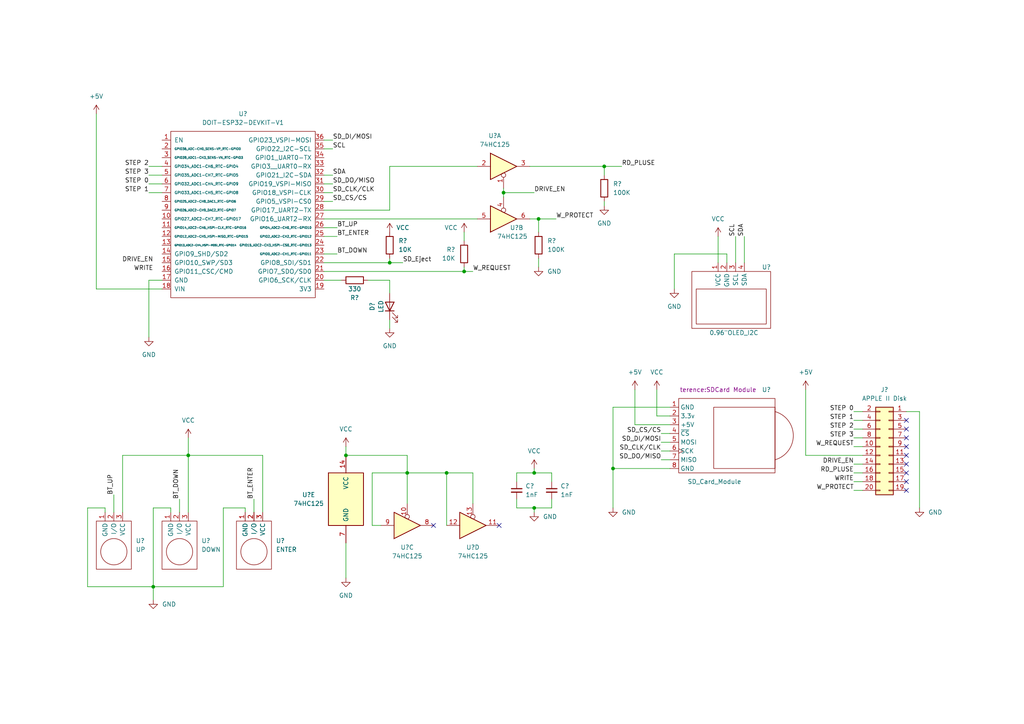
<source format=kicad_sch>
(kicad_sch (version 20211123) (generator eeschema)
  (paper "A4")
  (lib_symbols
    (symbol "74xx_IEEE:74HC125" (pin_names (offset 1.016))
      (property "Reference" "U" (at 0 1.27 0))
      (property "Value" "74HC125" (at 0 -1.27 0))
      (symbol "74HC125_1_0"
        (polyline (pts (xy -3.81 3.81) (xy -3.81 -3.81) (xy 3.81 0) (xy -3.81 3.81)) (stroke (width 0.254)) (fill (type background)))
        (pin input inverted (at 0 -6.35 90) (length 4.445) (name "~") (number "1"))
        (pin input line (at -7.62 0 0) (length 3.81) (name "~") (number "2"))
        (pin tri_state line (at 7.62 0 180) (length 3.81) (name "~") (number "3"))
      )
      (symbol "74HC125_2_0"
        (polyline (pts (xy -3.81 3.81) (xy -3.81 -3.81) (xy 3.81 0) (xy -3.81 3.81)) (stroke (width 0.254)) (fill (type background)))
        (pin input inverted (at 0 -6.35 90) (length 4.445) (name "~") (number "4"))
        (pin input line (at -7.62 0 0) (length 3.81) (name "~") (number "5"))
        (pin tri_state line (at 7.62 0 180) (length 3.81) (name "~") (number "6"))
      )
      (symbol "74HC125_3_0"
        (polyline (pts (xy -3.81 3.81) (xy -3.81 -3.81) (xy 3.81 0) (xy -3.81 3.81)) (stroke (width 0.254)) (fill (type background)))
        (pin input inverted (at 0 -6.35 90) (length 4.445) (name "~") (number "10"))
        (pin tri_state line (at 7.62 0 180) (length 3.81) (name "~") (number "8"))
        (pin input line (at -7.62 0 0) (length 3.81) (name "~") (number "9"))
      )
      (symbol "74HC125_4_0"
        (polyline (pts (xy -3.81 3.81) (xy -3.81 -3.81) (xy 3.81 0) (xy -3.81 3.81)) (stroke (width 0.254)) (fill (type background)))
        (pin tri_state line (at 7.62 0 180) (length 3.81) (name "~") (number "11"))
        (pin input line (at -7.62 0 0) (length 3.81) (name "~") (number "12"))
        (pin input inverted (at 0 -6.35 90) (length 4.445) (name "~") (number "13"))
      )
      (symbol "74HC125_5_0"
        (pin power_in line (at 0 12.7 270) (length 5.08) (name "VCC") (number "14"))
        (pin power_in line (at 0 -12.7 90) (length 5.08) (name "GND") (number "7"))
      )
      (symbol "74HC125_5_1"
        (rectangle (start -5.08 7.62) (end 5.08 -7.62) (stroke (width 0.254)) (fill (type background)))
      )
    )
    (symbol "Connector_Generic:Conn_02x10_Odd_Even" (pin_names (offset 1.016) hide)
      (property "Reference" "J" (at 1.27 12.7 0))
      (property "Value" "Conn_02x10_Odd_Even" (at 1.27 -15.24 0))
      (symbol "Conn_02x10_Odd_Even_1_1"
        (rectangle (start -1.27 -12.573) (end 0 -12.827) (stroke (width 0.1524)))
        (rectangle (start -1.27 -10.033) (end 0 -10.287) (stroke (width 0.1524)))
        (rectangle (start -1.27 -7.493) (end 0 -7.747) (stroke (width 0.1524)))
        (rectangle (start -1.27 -4.953) (end 0 -5.207) (stroke (width 0.1524)))
        (rectangle (start -1.27 -2.413) (end 0 -2.667) (stroke (width 0.1524)))
        (rectangle (start -1.27 0.127) (end 0 -0.127) (stroke (width 0.1524)))
        (rectangle (start -1.27 2.667) (end 0 2.413) (stroke (width 0.1524)))
        (rectangle (start -1.27 5.207) (end 0 4.953) (stroke (width 0.1524)))
        (rectangle (start -1.27 7.747) (end 0 7.493) (stroke (width 0.1524)))
        (rectangle (start -1.27 10.287) (end 0 10.033) (stroke (width 0.1524)))
        (rectangle (start -1.27 11.43) (end 3.81 -13.97) (stroke (width 0.254)) (fill (type background)))
        (rectangle (start 3.81 -12.573) (end 2.54 -12.827) (stroke (width 0.1524)))
        (rectangle (start 3.81 -10.033) (end 2.54 -10.287) (stroke (width 0.1524)))
        (rectangle (start 3.81 -7.493) (end 2.54 -7.747) (stroke (width 0.1524)))
        (rectangle (start 3.81 -4.953) (end 2.54 -5.207) (stroke (width 0.1524)))
        (rectangle (start 3.81 -2.413) (end 2.54 -2.667) (stroke (width 0.1524)))
        (rectangle (start 3.81 0.127) (end 2.54 -0.127) (stroke (width 0.1524)))
        (rectangle (start 3.81 2.667) (end 2.54 2.413) (stroke (width 0.1524)))
        (rectangle (start 3.81 5.207) (end 2.54 4.953) (stroke (width 0.1524)))
        (rectangle (start 3.81 7.747) (end 2.54 7.493) (stroke (width 0.1524)))
        (rectangle (start 3.81 10.287) (end 2.54 10.033) (stroke (width 0.1524)))
        (pin passive line (at -5.08 10.16 0) (length 3.81) (name "Pin_1") (number "1"))
        (pin passive line (at 7.62 0 180) (length 3.81) (name "Pin_10") (number "10"))
        (pin passive line (at -5.08 -2.54 0) (length 3.81) (name "Pin_11") (number "11"))
        (pin passive line (at 7.62 -2.54 180) (length 3.81) (name "Pin_12") (number "12"))
        (pin passive line (at -5.08 -5.08 0) (length 3.81) (name "Pin_13") (number "13"))
        (pin passive line (at 7.62 -5.08 180) (length 3.81) (name "Pin_14") (number "14"))
        (pin passive line (at -5.08 -7.62 0) (length 3.81) (name "Pin_15") (number "15"))
        (pin passive line (at 7.62 -7.62 180) (length 3.81) (name "Pin_16") (number "16"))
        (pin passive line (at -5.08 -10.16 0) (length 3.81) (name "Pin_17") (number "17"))
        (pin passive line (at 7.62 -10.16 180) (length 3.81) (name "Pin_18") (number "18"))
        (pin passive line (at -5.08 -12.7 0) (length 3.81) (name "Pin_19") (number "19"))
        (pin passive line (at 7.62 10.16 180) (length 3.81) (name "Pin_2") (number "2"))
        (pin passive line (at 7.62 -12.7 180) (length 3.81) (name "Pin_20") (number "20"))
        (pin passive line (at -5.08 7.62 0) (length 3.81) (name "Pin_3") (number "3"))
        (pin passive line (at 7.62 7.62 180) (length 3.81) (name "Pin_4") (number "4"))
        (pin passive line (at -5.08 5.08 0) (length 3.81) (name "Pin_5") (number "5"))
        (pin passive line (at 7.62 5.08 180) (length 3.81) (name "Pin_6") (number "6"))
        (pin passive line (at -5.08 2.54 0) (length 3.81) (name "Pin_7") (number "7"))
        (pin passive line (at 7.62 2.54 180) (length 3.81) (name "Pin_8") (number "8"))
        (pin passive line (at -5.08 0 0) (length 3.81) (name "Pin_9") (number "9"))
      )
    )
    (symbol "Device:C_Small" (pin_numbers hide) (pin_names (offset 0.254) hide)
      (property "Reference" "C" (at 0.254 1.778 0))
      (property "Value" "C_Small" (at 0.254 -2.032 0))
      (symbol "C_Small_0_1"
        (polyline (pts (xy -1.524 -0.508) (xy 1.524 -0.508)) (stroke (width 0.3302)))
        (polyline (pts (xy -1.524 0.508) (xy 1.524 0.508)) (stroke (width 0.3048)))
      )
      (symbol "C_Small_1_1"
        (pin passive line (at 0 2.54 270) (length 2.032) (name "~") (number "1"))
        (pin passive line (at 0 -2.54 90) (length 2.032) (name "~") (number "2"))
      )
    )
    (symbol "Device:LED" (pin_numbers hide) (pin_names (offset 1.016) hide)
      (property "Reference" "D" (at 0 2.54 0))
      (property "Value" "LED" (at 0 -2.54 0))
      (symbol "LED_0_1"
        (polyline (pts (xy -1.27 -1.27) (xy -1.27 1.27)) (stroke (width 0.254)))
        (polyline (pts (xy -1.27 0) (xy 1.27 0)))
        (polyline (pts (xy 1.27 -1.27) (xy 1.27 1.27) (xy -1.27 0) (xy 1.27 -1.27)) (stroke (width 0.254)))
        (polyline (pts (xy -3.048 -0.762) (xy -4.572 -2.286) (xy -3.81 -2.286) (xy -4.572 -2.286) (xy -4.572 -1.524)))
        (polyline (pts (xy -1.778 -0.762) (xy -3.302 -2.286) (xy -2.54 -2.286) (xy -3.302 -2.286) (xy -3.302 -1.524)))
      )
      (symbol "LED_1_1"
        (pin passive line (at -3.81 0 0) (length 2.54) (name "K") (number "1"))
        (pin passive line (at 3.81 0 180) (length 2.54) (name "A") (number "2"))
      )
    )
    (symbol "Device:R" (pin_numbers hide) (pin_names (offset 0))
      (property "Reference" "R" (at 2.032 0 90))
      (property "Value" "R" (at 0 0 90))
      (symbol "R_0_1"
        (rectangle (start -1.016 -2.54) (end 1.016 2.54) (stroke (width 0.254)))
      )
      (symbol "R_1_1"
        (pin passive line (at 0 3.81 270) (length 1.27) (name "~") (number "1"))
        (pin passive line (at 0 -3.81 90) (length 1.27) (name "~") (number "2"))
      )
    )
    (symbol "TP223_1"
      (property "Reference" "U?" (at 6.35 -6.9849 0))
      (property "Value" "TP223_1" (at 6.35 -9.5249 0))
      (symbol "TP223_1_0_1"
        (rectangle (start -5.08 -1.27) (end 5.08 -15.24))
        (circle (center 0 -10.16) (radius 3.81))
      )
      (symbol "TP223_1_1_1"
        (pin power_in line (at -2.54 1.27 270) (length 2.54) (name "GND") (number "1"))
        (pin output line (at 0 1.27 270) (length 2.54) (name "I/O") (number "2"))
        (pin output line (at 2.54 1.27 270) (length 2.54) (name "VCC") (number "3"))
      )
    )
    (symbol "TP223_2"
      (property "Reference" "U?" (at 6.35 -6.9849 0))
      (property "Value" "TP223_2" (at 6.35 -9.5249 0))
      (symbol "TP223_2_0_1"
        (rectangle (start -5.08 -1.27) (end 5.08 -15.24))
        (circle (center 0 -10.16) (radius 3.81))
      )
      (symbol "TP223_2_1_1"
        (pin power_in line (at -2.54 1.27 270) (length 2.54) (name "GND") (number "1"))
        (pin output line (at 0 1.27 270) (length 2.54) (name "I/O") (number "2"))
        (pin output line (at 2.54 1.27 270) (length 2.54) (name "VCC") (number "3"))
      )
    )
    (symbol "power:+5V" (power) (pin_names (offset 0))
      (property "Value" "+5V" (at 0 3.556 0))
      (symbol "+5V_0_1"
        (polyline (pts (xy -0.762 1.27) (xy 0 2.54)))
        (polyline (pts (xy 0 0) (xy 0 2.54)))
        (polyline (pts (xy 0 2.54) (xy 0.762 1.27)))
      )
      (symbol "+5V_1_1"
        (pin power_in line (at 0 0 90) (length 0) hide (name "+5V") (number "1"))
      )
    )
    (symbol "power:GND" (power) (pin_names (offset 0))
      (property "Value" "GND" (at 0 -3.81 0))
      (symbol "GND_0_1"
        (polyline (pts (xy 0 0) (xy 0 -1.27) (xy 1.27 -1.27) (xy 0 -2.54) (xy -1.27 -1.27) (xy 0 -1.27)))
      )
      (symbol "GND_1_1"
        (pin power_in line (at 0 0 270) (length 0) hide (name "GND") (number "1"))
      )
    )
    (symbol "power:VCC" (power) (pin_names (offset 0))
      (property "Value" "VCC" (at 0 3.81 0))
      (symbol "VCC_0_1"
        (polyline (pts (xy -0.762 1.27) (xy 0 2.54)))
        (polyline (pts (xy 0 0) (xy 0 2.54)))
        (polyline (pts (xy 0 2.54) (xy 0.762 1.27)))
      )
      (symbol "VCC_1_1"
        (pin power_in line (at 0 0 90) (length 0) hide (name "VCC") (number "1"))
      )
    )
    (symbol "terence:0.96{dblquote}OLED_I2C"
      (property "Reference" "U" (at 1.27 1.27 0))
      (property "Value" "0.96{dblquote}OLED_I2C" (at 11.43 -19.05 0))
      (symbol "0.96{dblquote}OLED_I2C_0_1"
        (rectangle (start 0 0) (end 22.86 -16.51))
        (rectangle (start 1.27 -5.08) (end 21.59 -15.24))
      )
      (symbol "0.96{dblquote}OLED_I2C_1_1"
        (pin power_in line (at 7.62 2.54 270) (length 2.54) (name "VCC") (number "1"))
        (pin power_in line (at 10.16 2.54 270) (length 2.54) (name "GND") (number "2"))
        (pin power_in line (at 12.7 2.54 270) (length 2.54) (name "SCL") (number "3"))
        (pin power_in line (at 15.24 2.54 270) (length 2.54) (name "SDA") (number "4"))
      )
    )
    (symbol "terence:DOIT-ESP32-DEVKIT-V1" (pin_names (offset 1.016))
      (property "Reference" "U" (at -1.27 11.43 0))
      (property "Value" "DOIT-ESP32-DEVKIT-V1" (at 0 13.97 0))
      (symbol "DOIT-ESP32-DEVKIT-V1_0_1"
        (rectangle (start 20.32 10.16) (end -21.59 -38.1))
      )
      (symbol "DOIT-ESP32-DEVKIT-V1_1_1"
        (pin output line (at -24.13 7.62 0) (length 2.54) (name "EN") (number "1"))
        (pin bidirectional line (at -24.13 -15.24 0) (length 2.54) (name "GPIO27_ADC2-CH7_RTC-GPIO17") (number "10"))
        (pin bidirectional line (at -24.13 -17.78 0) (length 2.54) (name "GPIO14_ADC2-CH6_HSPI-CLK_RTC-GPIO16") (number "11"))
        (pin bidirectional line (at -24.13 -20.32 0) (length 2.54) (name "GPIO12_ADC2-CH5_HSPI-MISO_RTC-GPIO15") (number "12"))
        (pin bidirectional line (at -24.13 -22.86 0) (length 2.54) (name "GPIO13_ADC2-CH4_HSPI-MOSI_RTC-GPIO14") (number "13"))
        (pin unspecified line (at -24.13 -25.4 0) (length 2.54) (name "GPIO9_SHD/SD2") (number "14"))
        (pin unspecified line (at -24.13 -27.94 0) (length 2.54) (name "GPIO10_SWP/SD3") (number "15"))
        (pin unspecified line (at -24.13 -30.48 0) (length 2.54) (name "GPIO11_CSC/CMD") (number "16"))
        (pin bidirectional line (at -24.13 -33.02 0) (length 2.54) (name "GND") (number "17"))
        (pin bidirectional line (at -24.13 -35.56 0) (length 2.54) (name "VIN") (number "18"))
        (pin output line (at 22.86 -35.56 180) (length 2.54) (name "3V3") (number "19"))
        (pin bidirectional line (at -24.13 5.08 0) (length 2.54) (name "GPIO36_ADC-CH0_SENS-VP_RTC-GPIO0") (number "2"))
        (pin unspecified line (at 22.86 -33.02 180) (length 2.54) (name "GPIO6_SCK/CLK") (number "20"))
        (pin unspecified line (at 22.86 -30.48 180) (length 2.54) (name "GPIO7_SDO/SD0") (number "21"))
        (pin unspecified line (at 22.86 -27.94 180) (length 2.54) (name "GPIO8_SDI/SD1") (number "22"))
        (pin bidirectional line (at 22.86 -25.4 180) (length 2.54) (name "GPIO0_ADC2-CH1_RTC-GPIO11") (number "23"))
        (pin bidirectional line (at 22.86 -22.86 180) (length 2.54) (name "GPIO15_ADC2-CH3_HSPI-CS0_RTC-GPIO13") (number "24"))
        (pin bidirectional line (at 22.86 -20.32 180) (length 2.54) (name "GPIO2_ADC2-CH2_RTC-GPIO12") (number "25"))
        (pin bidirectional line (at 22.86 -17.78 180) (length 2.54) (name "GPIO4_ADC2-CH0_RTC-GPIO10") (number "26"))
        (pin bidirectional line (at 22.86 -15.24 180) (length 2.54) (name "GPIO16_UART2-RX") (number "27"))
        (pin bidirectional line (at 22.86 -12.7 180) (length 2.54) (name "GPIO17_UART2-TX") (number "28"))
        (pin bidirectional line (at 22.86 -10.16 180) (length 2.54) (name "GPIO5_VSPI-CS0") (number "29"))
        (pin bidirectional line (at -24.13 2.54 0) (length 2.54) (name "GPIO39_ADC1-CH3_SENS-VN_RTC-GPIO3") (number "3"))
        (pin bidirectional line (at 22.86 -7.62 180) (length 2.54) (name "GPIO18_VSPI-CLK") (number "30"))
        (pin bidirectional line (at 22.86 -5.08 180) (length 2.54) (name "GPIO19_VSPI-MISO") (number "31"))
        (pin bidirectional line (at 22.86 -2.54 180) (length 2.54) (name "GPIO21_I2C-SDA") (number "32"))
        (pin bidirectional line (at 22.86 0 180) (length 2.54) (name "GPIO3__UART0-RX") (number "33"))
        (pin bidirectional line (at 22.86 2.54 180) (length 2.54) (name "GPIO1_UART0-TX") (number "34"))
        (pin bidirectional line (at 22.86 5.08 180) (length 2.54) (name "GPIO22_I2C-SCL") (number "35"))
        (pin bidirectional line (at 22.86 7.62 180) (length 2.54) (name "GPIO23_VSPI-MOSI") (number "36"))
        (pin bidirectional line (at -24.13 0 0) (length 2.54) (name "GPIO34_ADC1-CH6_RTC-GPIO4") (number "4"))
        (pin bidirectional line (at -24.13 -2.54 0) (length 2.54) (name "GPIO35_ADC1-CH7_RTC-GPIO5") (number "5"))
        (pin bidirectional line (at -24.13 -5.08 0) (length 2.54) (name "GPIO32_ADC1-CH4_RTC-GPIO9") (number "6"))
        (pin bidirectional line (at -24.13 -7.62 0) (length 2.54) (name "GPIO33_ADC1-CH5_RTC-GPIO8") (number "7"))
        (pin bidirectional line (at -24.13 -10.16 0) (length 2.54) (name "GPIO25_ADC2-CH8_DAC1_RTC-GPIO6") (number "8"))
        (pin bidirectional line (at -24.13 -12.7 0) (length 2.54) (name "GPIO26_ADC2-CH9_DAC2_RTC-GPIO7") (number "9"))
      )
    )
    (symbol "terence:SD_Card_Module"
      (property "Reference" "U" (at -10.16 -1.27 0))
      (property "Value" "SD_Card_Module" (at 3.81 -1.27 0))
      (symbol "SD_Card_Module_0_1"
        (rectangle (start -11.43 -2.54) (end 16.51 -24.13))
        (rectangle (start -1.27 -5.08) (end 16.51 -22.86))
        (arc (start 16.51 -20.32) (mid 25.7169 -13.335) (end 16.51 -6.35))
      )
      (symbol "SD_Card_Module_1_1"
        (pin power_in line (at -13.97 -5.08 0) (length 2.54) (name "GND") (number "1"))
        (pin power_in line (at -13.97 -7.62 0) (length 2.54) (name "3.3v") (number "2"))
        (pin power_in line (at -13.97 -10.16 0) (length 2.54) (name "+5V") (number "3"))
        (pin input line (at -13.97 -12.7 0) (length 2.54) (name "~{CS}") (number "4"))
        (pin output line (at -13.97 -15.24 0) (length 2.54) (name "MOSI") (number "5"))
        (pin input clock (at -13.97 -17.78 0) (length 2.54) (name "SCK") (number "6"))
        (pin input line (at -13.97 -20.32 0) (length 2.54) (name "MISO") (number "7"))
        (pin power_in line (at -13.97 -22.86 0) (length 2.54) (name "GND") (number "8"))
      )
    )
    (symbol "terence:TP223"
      (property "Reference" "U?" (at 6.35 -6.9849 0))
      (property "Value" "TP223" (at 6.35 -9.5249 0))
      (symbol "TP223_0_1"
        (rectangle (start -5.08 -1.27) (end 5.08 -15.24))
        (circle (center 0 -10.16) (radius 3.81))
      )
      (symbol "TP223_1_1"
        (pin power_in line (at -2.54 1.27 270) (length 2.54) (name "GND") (number "1"))
        (pin output line (at 0 1.27 270) (length 2.54) (name "I/O") (number "2"))
        (pin output line (at 2.54 1.27 270) (length 2.54) (name "VCC") (number "3"))
      )
    )
  )
  (junction (at 156.21 63.5))
  (junction (at 44.45 170.18))
  (junction (at 113.03 76.2))
  (junction (at 129.54 137.16))
  (junction (at 118.11 137.16))
  (junction (at 154.94 147.32))
  (junction (at 177.8 135.89))
  (junction (at 175.26 48.26))
  (junction (at 154.94 137.16))
  (junction (at 134.62 78.74))
  (junction (at 146.05 55.88))
  (junction (at 54.61 132.08))
  (junction (at 100.33 132.08))
  (no_connect (at 262.89 121.92))
  (no_connect (at 144.78 152.4))
  (no_connect (at 262.89 139.7))
  (no_connect (at 262.89 127))
  (no_connect (at 262.89 129.54))
  (no_connect (at 262.89 142.24))
  (no_connect (at 262.89 134.62))
  (no_connect (at 125.73 152.4))
  (no_connect (at 262.89 132.08))
  (no_connect (at 262.89 124.46))
  (no_connect (at 262.89 137.16))
  (wire (pts (xy 156.21 63.5) (xy 161.29 63.5)))
  (wire (pts (xy 247.65 134.62) (xy 250.19 134.62)))
  (wire (pts (xy 149.86 144.78) (xy 149.86 147.32)))
  (wire (pts (xy 215.9 68.58) (xy 215.9 76.2)))
  (wire (pts (xy 44.45 147.32) (xy 44.45 170.18)))
  (wire (pts (xy 262.89 119.38) (xy 266.7 119.38)))
  (wire (pts (xy 93.98 73.66) (xy 97.79 73.66)))
  (wire (pts (xy 213.36 68.58) (xy 213.36 76.2)))
  (wire (pts (xy 194.31 118.11) (xy 177.8 118.11)))
  (wire (pts (xy 93.98 78.74) (xy 134.62 78.74)))
  (wire (pts (xy 27.94 33.02) (xy 27.94 83.82)))
  (wire (pts (xy 160.02 137.16) (xy 160.02 139.7)))
  (wire (pts (xy 137.16 137.16) (xy 137.16 146.05)))
  (wire (pts (xy 153.67 48.26) (xy 175.26 48.26)))
  (wire (pts (xy 106.68 81.28) (xy 113.03 81.28)))
  (wire (pts (xy 156.21 74.93) (xy 156.21 77.47)))
  (wire (pts (xy 44.45 170.18) (xy 44.45 173.99)))
  (wire (pts (xy 71.12 147.32) (xy 64.77 147.32)))
  (wire (pts (xy 93.98 58.42) (xy 96.52 58.42)))
  (wire (pts (xy 64.77 170.18) (xy 44.45 170.18)))
  (wire (pts (xy 43.18 97.79) (xy 43.18 81.28)))
  (wire (pts (xy 154.94 135.89) (xy 154.94 137.16)))
  (wire (pts (xy 247.65 139.7) (xy 250.19 139.7)))
  (wire (pts (xy 25.4 147.32) (xy 25.4 170.18)))
  (wire (pts (xy 134.62 78.74) (xy 137.16 78.74)))
  (wire (pts (xy 175.26 48.26) (xy 175.26 50.8)))
  (wire (pts (xy 191.77 133.35) (xy 194.31 133.35)))
  (wire (pts (xy 177.8 135.89) (xy 177.8 147.32)))
  (wire (pts (xy 210.82 73.66) (xy 195.58 73.66)))
  (wire (pts (xy 71.12 148.59) (xy 71.12 147.32)))
  (wire (pts (xy 43.18 81.28) (xy 46.99 81.28)))
  (wire (pts (xy 247.65 119.38) (xy 250.19 119.38)))
  (wire (pts (xy 33.02 143.51) (xy 33.02 148.59)))
  (wire (pts (xy 25.4 170.18) (xy 44.45 170.18)))
  (wire (pts (xy 118.11 137.16) (xy 118.11 146.05)))
  (wire (pts (xy 43.18 50.8) (xy 46.99 50.8)))
  (wire (pts (xy 35.56 148.59) (xy 35.56 132.08)))
  (wire (pts (xy 129.54 152.4) (xy 129.54 137.16)))
  (wire (pts (xy 35.56 132.08) (xy 54.61 132.08)))
  (wire (pts (xy 93.98 43.18) (xy 96.52 43.18)))
  (wire (pts (xy 107.95 152.4) (xy 107.95 137.16)))
  (wire (pts (xy 247.65 137.16) (xy 250.19 137.16)))
  (wire (pts (xy 247.65 142.24) (xy 250.19 142.24)))
  (wire (pts (xy 113.03 76.2) (xy 116.84 76.2)))
  (wire (pts (xy 93.98 68.58) (xy 97.79 68.58)))
  (wire (pts (xy 153.67 63.5) (xy 156.21 63.5)))
  (wire (pts (xy 247.65 124.46) (xy 250.19 124.46)))
  (wire (pts (xy 208.28 68.58) (xy 208.28 76.2)))
  (wire (pts (xy 118.11 137.16) (xy 118.11 132.08)))
  (wire (pts (xy 191.77 130.81) (xy 194.31 130.81)))
  (wire (pts (xy 160.02 144.78) (xy 160.02 147.32)))
  (wire (pts (xy 30.48 147.32) (xy 30.48 148.59)))
  (wire (pts (xy 146.05 55.88) (xy 146.05 57.15)))
  (wire (pts (xy 93.98 63.5) (xy 138.43 63.5)))
  (wire (pts (xy 93.98 55.88) (xy 96.52 55.88)))
  (wire (pts (xy 233.68 113.03) (xy 233.68 132.08)))
  (wire (pts (xy 113.03 48.26) (xy 113.03 60.96)))
  (wire (pts (xy 190.5 113.03) (xy 190.5 120.65)))
  (wire (pts (xy 129.54 137.16) (xy 137.16 137.16)))
  (wire (pts (xy 113.03 74.93) (xy 113.03 76.2)))
  (wire (pts (xy 134.62 67.31) (xy 134.62 69.85)))
  (wire (pts (xy 93.98 40.64) (xy 96.52 40.64)))
  (wire (pts (xy 210.82 76.2) (xy 210.82 73.66)))
  (wire (pts (xy 27.94 83.82) (xy 46.99 83.82)))
  (wire (pts (xy 73.66 144.78) (xy 73.66 148.59)))
  (wire (pts (xy 177.8 118.11) (xy 177.8 135.89)))
  (wire (pts (xy 113.03 85.09) (xy 113.03 81.28)))
  (wire (pts (xy 54.61 132.08) (xy 54.61 127)))
  (wire (pts (xy 190.5 120.65) (xy 194.31 120.65)))
  (wire (pts (xy 43.18 53.34) (xy 46.99 53.34)))
  (wire (pts (xy 138.43 48.26) (xy 113.03 48.26)))
  (wire (pts (xy 107.95 137.16) (xy 118.11 137.16)))
  (wire (pts (xy 52.07 144.78) (xy 52.07 148.59)))
  (wire (pts (xy 184.15 123.19) (xy 194.31 123.19)))
  (wire (pts (xy 100.33 157.48) (xy 100.33 167.64)))
  (wire (pts (xy 118.11 137.16) (xy 129.54 137.16)))
  (wire (pts (xy 154.94 147.32) (xy 154.94 148.59)))
  (wire (pts (xy 146.05 54.61) (xy 146.05 55.88)))
  (wire (pts (xy 54.61 148.59) (xy 54.61 132.08)))
  (wire (pts (xy 93.98 76.2) (xy 113.03 76.2)))
  (wire (pts (xy 184.15 113.03) (xy 184.15 123.19)))
  (wire (pts (xy 175.26 48.26) (xy 180.34 48.26)))
  (wire (pts (xy 247.65 129.54) (xy 250.19 129.54)))
  (wire (pts (xy 149.86 137.16) (xy 154.94 137.16)))
  (wire (pts (xy 93.98 81.28) (xy 99.06 81.28)))
  (wire (pts (xy 146.05 55.88) (xy 154.94 55.88)))
  (wire (pts (xy 175.26 58.42) (xy 175.26 59.69)))
  (wire (pts (xy 247.65 121.92) (xy 250.19 121.92)))
  (wire (pts (xy 233.68 132.08) (xy 250.19 132.08)))
  (wire (pts (xy 93.98 50.8) (xy 96.52 50.8)))
  (wire (pts (xy 49.53 147.32) (xy 49.53 148.59)))
  (wire (pts (xy 154.94 147.32) (xy 160.02 147.32)))
  (wire (pts (xy 118.11 132.08) (xy 100.33 132.08)))
  (wire (pts (xy 93.98 66.04) (xy 97.79 66.04)))
  (wire (pts (xy 93.98 60.96) (xy 113.03 60.96)))
  (wire (pts (xy 30.48 147.32) (xy 25.4 147.32)))
  (wire (pts (xy 100.33 129.54) (xy 100.33 132.08)))
  (wire (pts (xy 191.77 128.27) (xy 194.31 128.27)))
  (wire (pts (xy 156.21 63.5) (xy 156.21 67.31)))
  (wire (pts (xy 43.18 48.26) (xy 46.99 48.26)))
  (wire (pts (xy 149.86 137.16) (xy 149.86 139.7)))
  (wire (pts (xy 194.31 135.89) (xy 177.8 135.89)))
  (wire (pts (xy 54.61 132.08) (xy 76.2 132.08)))
  (wire (pts (xy 154.94 137.16) (xy 160.02 137.16)))
  (wire (pts (xy 191.77 125.73) (xy 194.31 125.73)))
  (wire (pts (xy 247.65 127) (xy 250.19 127)))
  (wire (pts (xy 195.58 73.66) (xy 195.58 83.82)))
  (wire (pts (xy 93.98 53.34) (xy 96.52 53.34)))
  (wire (pts (xy 113.03 92.71) (xy 113.03 95.25)))
  (wire (pts (xy 64.77 147.32) (xy 64.77 170.18)))
  (wire (pts (xy 110.49 152.4) (xy 107.95 152.4)))
  (wire (pts (xy 134.62 77.47) (xy 134.62 78.74)))
  (wire (pts (xy 154.94 147.32) (xy 149.86 147.32)))
  (wire (pts (xy 76.2 148.59) (xy 76.2 132.08)))
  (wire (pts (xy 49.53 147.32) (xy 44.45 147.32)))
  (wire (pts (xy 43.18 55.88) (xy 46.99 55.88)))
  (wire (pts (xy 266.7 119.38) (xy 266.7 147.32)))
  (label "STEP 2" (at 43.18 48.26 180))
  (label "SD_Eject" (at 116.84 76.2 0))
  (label "BT_ENTER" (at 73.66 144.78 90))
  (label "SDA" (at 215.9 68.58 90))
  (label "SD_CS{slash}CS" (at 96.52 58.42 0))
  (label "BT_ENTER" (at 97.79 68.58 0))
  (label "SCL" (at 213.36 68.58 90))
  (label "WRITE" (at 44.45 78.74 180))
  (label "W_REQUEST" (at 137.16 78.74 0))
  (label "W_PROTECT" (at 161.29 63.5 0))
  (label "SCL" (at 96.52 43.18 0))
  (label "SD_DI{slash}MOSI" (at 96.52 40.64 0))
  (label "W_PROTECT" (at 247.65 142.24 180))
  (label "SD_DO{slash}MISO" (at 96.52 53.34 0))
  (label "WRITE" (at 247.65 139.7 180))
  (label "SD_CLK{slash}CLK" (at 191.77 130.81 180))
  (label "STEP 2" (at 247.65 124.46 180))
  (label "W_REQUEST" (at 247.65 129.54 180))
  (label "STEP 3" (at 247.65 127 180))
  (label "STEP 1" (at 43.18 55.88 180))
  (label "SD_CLK{slash}CLK" (at 96.52 55.88 0))
  (label "SD_CS{slash}CS" (at 191.77 125.73 180))
  (label "BT_DOWN" (at 97.79 73.66 0))
  (label "SD_DI{slash}MOSI" (at 191.77 128.27 180))
  (label "STEP 1" (at 247.65 121.92 180))
  (label "STEP 0" (at 43.18 53.34 180))
  (label "DRIVE_EN" (at 44.45 76.2 180))
  (label "RD_PLUSE" (at 180.34 48.26 0))
  (label "SD_DO{slash}MISO" (at 191.77 133.35 180))
  (label "DRIVE_EN" (at 154.94 55.88 0))
  (label "BT_DOWN" (at 52.07 144.78 90))
  (label "SDA" (at 96.52 50.8 0))
  (label "STEP 0" (at 247.65 119.38 180))
  (label "BT_UP" (at 33.02 143.51 90))
  (label "STEP 3" (at 43.18 50.8 180))
  (label "BT_UP" (at 97.79 66.04 0))
  (label "DRIVE_EN" (at 247.65 134.62 180))
  (label "RD_PLUSE" (at 247.65 137.16 180))
  (symbol (lib_id "74xx_IEEE:74HC125") (at 100.33 144.78 0) (unit 5)
    (property "Reference" "U?" (at 87.63 143.51 0) (effects (justify left)))
    (property "Value" "74HC125" (at 85.09 146.05 0) (effects (justify left)))
    (property "Footprint" "Package_DIP:DIP-14_W7.62mm" (effects hide))
    (property "Datasheet" "http://www.ti.com/lit/gpn/sn74LS125" (effects hide))
  )
  (symbol (lib_id "power:+5V") (at 233.68 113.03 0) (unit 1)
    (property "Reference" "#PWR?" (effects hide))
    (property "Value" "+5V" (at 233.68 107.95 0))
  )
  (symbol (lib_id "Device:R") (at 113.03 71.12 0) (unit 1)
    (property "Reference" "R?" (at 115.57 69.8499 0) (effects (justify left)))
    (property "Value" "10K" (at 115.57 72.3899 0) (effects (justify left)))
    (property "Footprint" "Resistor_SMD:R_0805_2012Metric" (effects hide))
  )
  (symbol (lib_id "power:VCC") (at 113.03 67.31 0) (unit 1)
    (property "Reference" "#PWR?" (effects hide))
    (property "Value" "VCC" (at 116.84 66.04 0))
  )
  (symbol (lib_id "power:VCC") (at 154.94 135.89 0) (unit 1)
    (property "Reference" "#PWR?" (effects hide))
    (property "Value" "VCC" (at 154.94 130.81 0))
  )
  (symbol (lib_id "power:GND") (at 44.45 173.99 0) (unit 1)
    (property "Reference" "#PWR?" (effects hide))
    (property "Value" "GND" (at 46.99 175.2599 0) (effects (justify left)))
  )
  (symbol (lib_id "74xx_IEEE:74HC125") (at 146.05 48.26 0) (unit 1)
    (property "Reference" "U?" (at 143.51 39.37 0))
    (property "Value" "74HC125" (at 143.51 41.91 0))
    (property "Footprint" "Package_DIP:DIP-14_W7.62mm" (effects hide))
    (property "Datasheet" "http://www.ti.com/lit/gpn/sn74LS125" (effects hide))
  )
  (symbol (lib_id "Device:R") (at 102.87 81.28 90) (unit 1)
    (property "Reference" "R?" (at 102.87 86.36 90))
    (property "Value" "330" (at 102.87 83.82 90))
    (property "Footprint" "Resistor_SMD:R_0805_2012Metric" (effects hide))
  )
  (symbol (lib_id "power:VCC") (at 100.33 129.54 0) (unit 1)
    (property "Reference" "#PWR?" (effects hide))
    (property "Value" "VCC" (at 100.33 124.46 0))
  )
  (symbol (lib_id "power:GND") (at 266.7 147.32 0) (unit 1)
    (property "Reference" "#PWR?" (effects hide))
    (property "Value" "GND" (at 269.24 148.5899 0) (effects (justify left)))
  )
  (symbol (lib_id "Device:R") (at 134.62 73.66 0) (mirror y) (unit 1)
    (property "Reference" "R?" (at 132.08 72.3899 0) (effects (justify left)))
    (property "Value" "10K" (at 132.08 74.9299 0) (effects (justify left)))
    (property "Footprint" "Resistor_SMD:R_0805_2012Metric" (effects hide))
  )
  (symbol (lib_name "TP223_1") (lib_id "terence:TP223") (at 52.07 149.86 0) (unit 1)
    (property "Reference" "U?" (at 58.42 156.8449 0) (effects (justify left)))
    (property "Value" "DOWN" (at 58.42 159.3849 0) (effects (justify left)))
    (property "Footprint" "terence:TP223" (effects hide))
  )
  (symbol (lib_id "power:+5V") (at 27.94 33.02 0) (unit 1)
    (property "Reference" "#PWR?" (effects hide))
    (property "Value" "+5V" (at 27.94 27.94 0))
  )
  (symbol (lib_id "power:VCC") (at 190.5 113.03 0) (unit 1)
    (property "Reference" "#PWR?" (effects hide))
    (property "Value" "VCC" (at 190.5 107.95 0))
  )
  (symbol (lib_id "Device:C_Small") (at 149.86 142.24 0) (unit 1)
    (property "Reference" "C?" (at 152.4 140.97 0) (effects (justify left)))
    (property "Value" "1nF" (at 152.4 143.51 0) (effects (justify left)))
    (property "Footprint" "Capacitor_SMD:C_0805_2012Metric" (effects hide))
  )
  (symbol (lib_id "power:GND") (at 195.58 83.82 0) (unit 1)
    (property "Reference" "#PWR?" (effects hide))
    (property "Value" "GND" (at 195.58 88.9 0))
  )
  (symbol (lib_id "terence:SD_Card_Module") (at 208.28 113.03 0) (unit 1)
    (property "Reference" "U?" (at 220.98 113.03 0) (effects (justify left)))
    (property "Value" "SD_Card_Module" (at 199.39 139.7 0) (effects (justify left)))
    (property "Footprint" "terence:SDCard Module" (at 208.28 113.03 0))
  )
  (symbol (lib_id "Device:R") (at 156.21 71.12 0) (unit 1)
    (property "Reference" "R?" (at 158.75 69.8499 0) (effects (justify left)))
    (property "Value" "100K" (at 158.75 72.3899 0) (effects (justify left)))
    (property "Footprint" "Resistor_SMD:R_0805_2012Metric" (effects hide))
  )
  (symbol (lib_id "power:GND") (at 175.26 59.69 0) (unit 1)
    (property "Reference" "#PWR?" (effects hide))
    (property "Value" "GND" (at 175.26 64.77 0))
  )
  (symbol (lib_id "74xx_IEEE:74HC125") (at 118.11 152.4 0) (mirror x) (unit 3)
    (property "Reference" "U?" (at 118.11 158.75 0))
    (property "Value" "74HC125" (at 118.11 161.29 0))
    (property "Footprint" "Package_DIP:DIP-14_W7.62mm" (effects hide))
    (property "Datasheet" "http://www.ti.com/lit/gpn/sn74LS125" (effects hide))
  )
  (symbol (lib_id "power:GND") (at 156.21 77.47 0) (unit 1)
    (property "Reference" "#PWR?" (effects hide))
    (property "Value" "GND" (at 158.75 78.7399 0) (effects (justify left)))
  )
  (symbol (lib_id "power:VCC") (at 134.62 67.31 0) (mirror y) (unit 1)
    (property "Reference" "#PWR?" (effects hide))
    (property "Value" "VCC" (at 130.81 66.04 0))
  )
  (symbol (lib_id "Connector_Generic:Conn_02x10_Odd_Even") (at 257.81 129.54 0) (mirror y) (unit 1)
    (property "Reference" "J?" (at 256.54 113.03 0))
    (property "Value" "APPLE II Disk" (at 256.54 115.57 0))
    (property "Footprint" "Connector_IDC:IDC-Header_2x10_P2.54mm_Vertical" (effects hide))
  )
  (symbol (lib_id "power:GND") (at 113.03 95.25 0) (unit 1)
    (property "Reference" "#PWR?" (effects hide))
    (property "Value" "GND" (at 113.03 100.33 0))
  )
  (symbol (lib_id "Device:C_Small") (at 160.02 142.24 0) (unit 1)
    (property "Reference" "C?" (at 162.56 140.97 0) (effects (justify left)))
    (property "Value" "1nF" (at 162.56 143.51 0) (effects (justify left)))
    (property "Footprint" "Capacitor_SMD:C_0805_2012Metric" (effects hide))
  )
  (symbol (lib_id "Device:R") (at 175.26 54.61 0) (unit 1)
    (property "Reference" "R?" (at 177.8 53.3399 0) (effects (justify left)))
    (property "Value" "100K" (at 177.8 55.8799 0) (effects (justify left)))
    (property "Footprint" "Resistor_SMD:R_0805_2012Metric" (effects hide))
  )
  (symbol (lib_id "power:VCC") (at 208.28 68.58 0) (unit 1)
    (property "Reference" "#PWR?" (effects hide))
    (property "Value" "VCC" (at 208.28 63.5 0))
  )
  (symbol (lib_id "power:GND") (at 43.18 97.79 0) (unit 1)
    (property "Reference" "#PWR?" (effects hide))
    (property "Value" "GND" (at 43.18 102.87 0))
  )
  (symbol (lib_name "TP223_2") (lib_id "terence:TP223") (at 73.66 149.86 0) (unit 1)
    (property "Reference" "U?" (at 80.01 156.8449 0) (effects (justify left)))
    (property "Value" "ENTER" (at 80.01 159.3849 0) (effects (justify left)))
    (property "Footprint" "terence:TP223" (effects hide))
  )
  (symbol (lib_id "power:GND") (at 177.8 147.32 0) (unit 1)
    (property "Reference" "#PWR?" (effects hide))
    (property "Value" "GND" (at 180.34 148.5899 0) (effects (justify left)))
  )
  (symbol (lib_id "terence:0.96{dblquote}OLED_I2C") (at 200.66 78.74 0) (unit 1)
    (property "Reference" "U?" (at 220.98 77.47 0) (effects (justify left)))
    (property "Value" "0.96\"OLED_I2C" (at 205.74 96.52 0) (effects (justify left)))
    (property "Footprint" "terence:0.96OLED I2C" (effects hide))
  )
  (symbol (lib_id "terence:DOIT-ESP32-DEVKIT-V1") (at 71.12 48.26 0) (unit 1)
    (property "Reference" "U?" (at 70.485 33.02 0))
    (property "Value" "DOIT-ESP32-DEVKIT-V1" (at 70.485 35.56 0))
  )
  (symbol (lib_id "power:+5V") (at 184.15 113.03 0) (unit 1)
    (property "Reference" "#PWR?" (effects hide))
    (property "Value" "+5V" (at 184.15 107.95 0))
  )
  (symbol (lib_id "74xx_IEEE:74HC125") (at 146.05 63.5 0) (mirror x) (unit 2)
    (property "Reference" "U?" (at 149.86 66.04 0))
    (property "Value" "74HC125" (at 148.59 68.58 0))
    (property "Footprint" "Package_DIP:DIP-14_W7.62mm" (effects hide))
    (property "Datasheet" "http://www.ti.com/lit/gpn/sn74LS125" (effects hide))
  )
  (symbol (lib_id "power:VCC") (at 54.61 127 0) (unit 1)
    (property "Reference" "#PWR?" (effects hide))
    (property "Value" "VCC" (at 54.61 121.92 0))
  )
  (symbol (lib_id "power:GND") (at 154.94 148.59 0) (unit 1)
    (property "Reference" "#PWR?" (effects hide))
    (property "Value" "GND" (at 157.48 149.8599 0) (effects (justify left)))
  )
  (symbol (lib_id "terence:TP223") (at 33.02 149.86 0) (unit 1)
    (property "Reference" "U?" (at 39.37 156.8449 0) (effects (justify left)))
    (property "Value" "UP" (at 39.37 159.3849 0) (effects (justify left)))
    (property "Footprint" "terence:TP223" (effects hide))
  )
  (symbol (lib_id "power:GND") (at 100.33 167.64 0) (unit 1)
    (property "Reference" "#PWR?" (effects hide))
    (property "Value" "GND" (at 100.33 172.72 0))
  )
  (symbol (lib_id "Device:LED") (at 113.03 88.9 90) (unit 1)
    (property "Reference" "D?" (at 107.95 88.9 0))
    (property "Value" "LED" (at 110.49 88.9 0))
    (property "Footprint" "LED_SMD:LED_0805_2012Metric" (effects hide))
  )
  (symbol (lib_id "74xx_IEEE:74HC125") (at 137.16 152.4 0) (mirror x) (unit 4)
    (property "Reference" "U?" (at 137.16 158.75 0))
    (property "Value" "74HC125" (at 137.16 161.29 0))
    (property "Footprint" "Package_DIP:DIP-14_W7.62mm" (effects hide))
    (property "Datasheet" "http://www.ti.com/lit/gpn/sn74LS125" (effects hide))
  )
)
</source>
